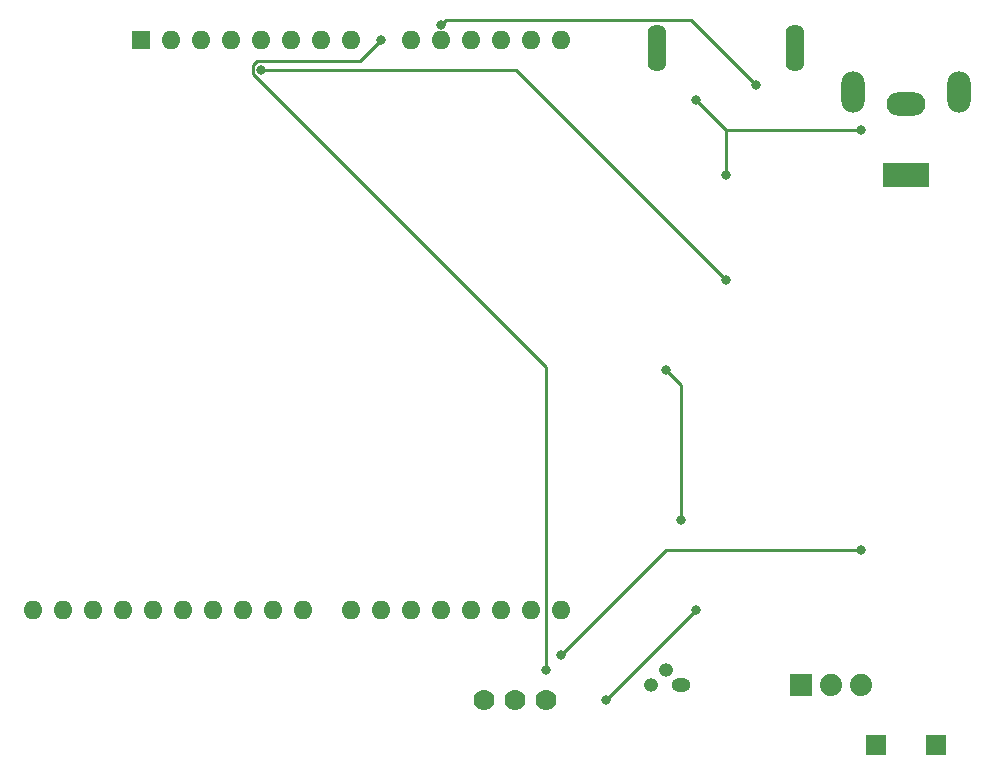
<source format=gbr>
G04 #@! TF.GenerationSoftware,KiCad,Pcbnew,(5.1.5)-3*
G04 #@! TF.CreationDate,2020-04-27T02:41:32-07:00*
G04 #@! TF.ProjectId,SolaRCharger,536f6c61-5243-4686-9172-6765722e6b69,rev?*
G04 #@! TF.SameCoordinates,Original*
G04 #@! TF.FileFunction,Copper,L2,Bot*
G04 #@! TF.FilePolarity,Positive*
%FSLAX46Y46*%
G04 Gerber Fmt 4.6, Leading zero omitted, Abs format (unit mm)*
G04 Created by KiCad (PCBNEW (5.1.5)-3) date 2020-04-27 02:41:32*
%MOMM*%
%LPD*%
G04 APERTURE LIST*
%ADD10O,1.600000X1.600000*%
%ADD11R,1.600000X1.600000*%
%ADD12O,2.000000X3.500000*%
%ADD13O,3.300000X2.000000*%
%ADD14R,4.000000X2.000000*%
%ADD15C,1.879600*%
%ADD16R,1.879600X1.879600*%
%ADD17C,1.778000*%
%ADD18O,1.200000X1.200000*%
%ADD19O,1.600000X1.200000*%
%ADD20R,1.700000X1.700000*%
%ADD21O,1.600000X4.000000*%
%ADD22C,0.800000*%
%ADD23C,0.250000*%
G04 APERTURE END LIST*
D10*
X124460000Y-127000000D03*
X127000000Y-127000000D03*
X87380000Y-127000000D03*
X127000000Y-78740000D03*
X89920000Y-127000000D03*
X124460000Y-78740000D03*
X92460000Y-127000000D03*
X121920000Y-78740000D03*
X95000000Y-127000000D03*
X119380000Y-78740000D03*
X97540000Y-127000000D03*
X116840000Y-78740000D03*
X100080000Y-127000000D03*
X114300000Y-78740000D03*
X102620000Y-127000000D03*
X109220000Y-78740000D03*
X105160000Y-127000000D03*
X106680000Y-78740000D03*
X109220000Y-127000000D03*
X104140000Y-78740000D03*
X111760000Y-127000000D03*
X101600000Y-78740000D03*
X114300000Y-127000000D03*
X99060000Y-78740000D03*
X116840000Y-127000000D03*
X96520000Y-78740000D03*
X119380000Y-127000000D03*
X93980000Y-78740000D03*
X121920000Y-127000000D03*
D11*
X91440000Y-78740000D03*
D10*
X84840000Y-127000000D03*
X82300000Y-127000000D03*
D12*
X151710000Y-83170000D03*
X160710000Y-83170000D03*
D13*
X156210000Y-84170000D03*
D14*
X156210000Y-90170000D03*
D15*
X152400000Y-133350000D03*
X149860000Y-133350000D03*
D16*
X147320000Y-133350000D03*
D17*
X125730000Y-134620000D03*
X123090000Y-134620000D03*
X120450001Y-134620000D03*
D18*
X134620000Y-133350000D03*
X135890000Y-132080000D03*
D19*
X137160000Y-133350000D03*
D20*
X153670000Y-138430000D03*
D21*
X146820000Y-79415000D03*
X135120000Y-79415000D03*
D20*
X158750000Y-138430000D03*
D22*
X116840000Y-77470000D03*
X143510000Y-82550000D03*
X130810000Y-134620000D03*
X138430000Y-127000000D03*
X111760000Y-78740000D03*
X125730000Y-132080000D03*
X137160000Y-119380000D03*
X135890000Y-106680000D03*
X152400000Y-86360000D03*
X138430000Y-83820000D03*
X140970000Y-90170000D03*
X140970000Y-99060000D03*
X101600000Y-81280000D03*
X127000000Y-130810000D03*
X152400000Y-121920000D03*
D23*
X138030001Y-77070001D02*
X143510000Y-82550000D01*
X116840000Y-77470000D02*
X117239999Y-77070001D01*
X117239999Y-77070001D02*
X138030001Y-77070001D01*
X130810000Y-134620000D02*
X138430000Y-127000000D01*
X125730000Y-106483002D02*
X125730000Y-132080000D01*
X109945001Y-80554999D02*
X101251999Y-80554999D01*
X100874999Y-81628001D02*
X125730000Y-106483002D01*
X101251999Y-80554999D02*
X100874999Y-80931999D01*
X111760000Y-78740000D02*
X109945001Y-80554999D01*
X100874999Y-80931999D02*
X100874999Y-81628001D01*
X137160000Y-119380000D02*
X137160000Y-107950000D01*
X137160000Y-107950000D02*
X135890000Y-106680000D01*
X152400000Y-86360000D02*
X140970000Y-86360000D01*
X140970000Y-86360000D02*
X138430000Y-83820000D01*
X140970000Y-90170000D02*
X140970000Y-86360000D01*
X140970000Y-99060000D02*
X123190000Y-81280000D01*
X123190000Y-81280000D02*
X101600000Y-81280000D01*
X127000000Y-130810000D02*
X135890000Y-121920000D01*
X135890000Y-121920000D02*
X152400000Y-121920000D01*
M02*

</source>
